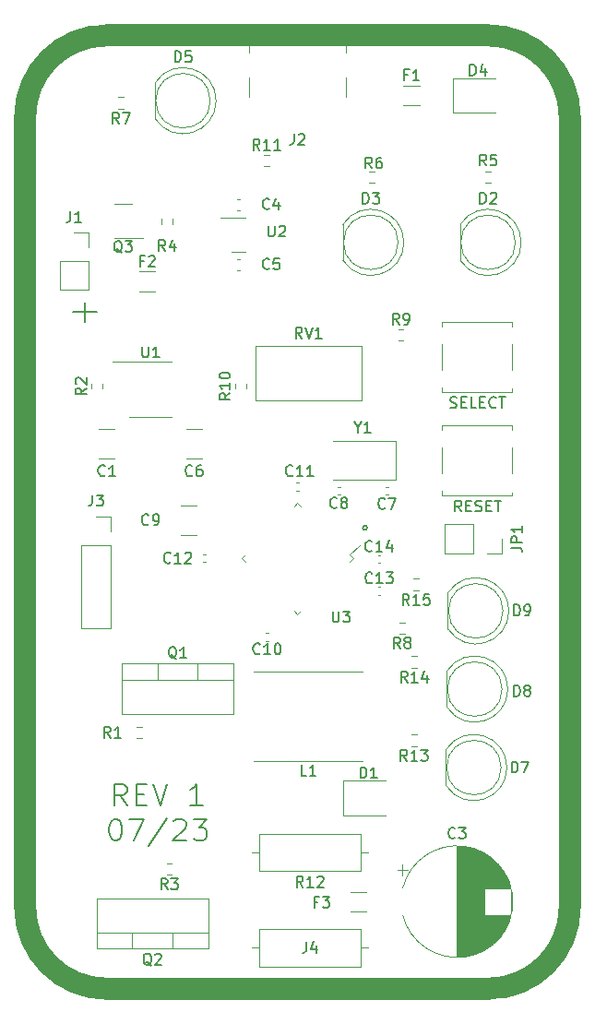
<source format=gbr>
%TF.GenerationSoftware,KiCad,Pcbnew,(6.0.11)*%
%TF.CreationDate,2023-07-13T20:03:18-03:00*%
%TF.ProjectId,Open-Tens,4f70656e-2d54-4656-9e73-2e6b69636164,rev?*%
%TF.SameCoordinates,Original*%
%TF.FileFunction,Legend,Top*%
%TF.FilePolarity,Positive*%
%FSLAX46Y46*%
G04 Gerber Fmt 4.6, Leading zero omitted, Abs format (unit mm)*
G04 Created by KiCad (PCBNEW (6.0.11)) date 2023-07-13 20:03:18*
%MOMM*%
%LPD*%
G01*
G04 APERTURE LIST*
%ADD10C,0.150000*%
%ADD11C,2.000000*%
%ADD12C,0.120000*%
G04 APERTURE END LIST*
D10*
X139142857Y-127894761D02*
X138476190Y-126942380D01*
X138000000Y-127894761D02*
X138000000Y-125894761D01*
X138761904Y-125894761D01*
X138952380Y-125990000D01*
X139047619Y-126085238D01*
X139142857Y-126275714D01*
X139142857Y-126561428D01*
X139047619Y-126751904D01*
X138952380Y-126847142D01*
X138761904Y-126942380D01*
X138000000Y-126942380D01*
X140000000Y-126847142D02*
X140666666Y-126847142D01*
X140952380Y-127894761D02*
X140000000Y-127894761D01*
X140000000Y-125894761D01*
X140952380Y-125894761D01*
X141523809Y-125894761D02*
X142190476Y-127894761D01*
X142857142Y-125894761D01*
X146095238Y-127894761D02*
X144952380Y-127894761D01*
X145523809Y-127894761D02*
X145523809Y-125894761D01*
X145333333Y-126180476D01*
X145142857Y-126370952D01*
X144952380Y-126466190D01*
X138000000Y-129114761D02*
X138190476Y-129114761D01*
X138380952Y-129210000D01*
X138476190Y-129305238D01*
X138571428Y-129495714D01*
X138666666Y-129876666D01*
X138666666Y-130352857D01*
X138571428Y-130733809D01*
X138476190Y-130924285D01*
X138380952Y-131019523D01*
X138190476Y-131114761D01*
X138000000Y-131114761D01*
X137809523Y-131019523D01*
X137714285Y-130924285D01*
X137619047Y-130733809D01*
X137523809Y-130352857D01*
X137523809Y-129876666D01*
X137619047Y-129495714D01*
X137714285Y-129305238D01*
X137809523Y-129210000D01*
X138000000Y-129114761D01*
X139333333Y-129114761D02*
X140666666Y-129114761D01*
X139809523Y-131114761D01*
X142857142Y-129019523D02*
X141142857Y-131590952D01*
X143428571Y-129305238D02*
X143523809Y-129210000D01*
X143714285Y-129114761D01*
X144190476Y-129114761D01*
X144380952Y-129210000D01*
X144476190Y-129305238D01*
X144571428Y-129495714D01*
X144571428Y-129686190D01*
X144476190Y-129971904D01*
X143333333Y-131114761D01*
X144571428Y-131114761D01*
X145238095Y-129114761D02*
X146476190Y-129114761D01*
X145809523Y-129876666D01*
X146095238Y-129876666D01*
X146285714Y-129971904D01*
X146380952Y-130067142D01*
X146476190Y-130257619D01*
X146476190Y-130733809D01*
X146380952Y-130924285D01*
X146285714Y-131019523D01*
X146095238Y-131114761D01*
X145523809Y-131114761D01*
X145333333Y-131019523D01*
X145238095Y-130924285D01*
X135300000Y-81700000D02*
X135300000Y-83500000D01*
X134200000Y-82600000D02*
X136400000Y-82600000D01*
X161200000Y-102400000D02*
G75*
G03*
X161200000Y-102400000I-200000J0D01*
G01*
D11*
X129800000Y-137200000D02*
X129800000Y-64700000D01*
X129800000Y-137200000D02*
G75*
G03*
X137300000Y-144700000I7500000J0D01*
G01*
X137300000Y-57200000D02*
G75*
G03*
X129800000Y-64700000I0J-7500000D01*
G01*
X172300000Y-57200000D02*
X137300000Y-57200000D01*
X179800000Y-64700000D02*
G75*
G03*
X172300000Y-57200000I-7500000J0D01*
G01*
X172300000Y-144700000D02*
G75*
G03*
X179800000Y-137200000I0J7500000D01*
G01*
X179800000Y-64700000D02*
X179800000Y-137200000D01*
X172300000Y-144700000D02*
X137300000Y-144700000D01*
D10*
%TO.C,J4*%
X155616666Y-140402380D02*
X155616666Y-141116666D01*
X155569047Y-141259523D01*
X155473809Y-141354761D01*
X155330952Y-141402380D01*
X155235714Y-141402380D01*
X156521428Y-140735714D02*
X156521428Y-141402380D01*
X156283333Y-140354761D02*
X156045238Y-141069047D01*
X156664285Y-141069047D01*
%TO.C,L1*%
X155633333Y-125152380D02*
X155157142Y-125152380D01*
X155157142Y-124152380D01*
X156490476Y-125152380D02*
X155919047Y-125152380D01*
X156204761Y-125152380D02*
X156204761Y-124152380D01*
X156109523Y-124295238D01*
X156014285Y-124390476D01*
X155919047Y-124438095D01*
%TO.C,C9*%
X141133333Y-102057142D02*
X141085714Y-102104761D01*
X140942857Y-102152380D01*
X140847619Y-102152380D01*
X140704761Y-102104761D01*
X140609523Y-102009523D01*
X140561904Y-101914285D01*
X140514285Y-101723809D01*
X140514285Y-101580952D01*
X140561904Y-101390476D01*
X140609523Y-101295238D01*
X140704761Y-101200000D01*
X140847619Y-101152380D01*
X140942857Y-101152380D01*
X141085714Y-101200000D01*
X141133333Y-101247619D01*
X141609523Y-102152380D02*
X141800000Y-102152380D01*
X141895238Y-102104761D01*
X141942857Y-102057142D01*
X142038095Y-101914285D01*
X142085714Y-101723809D01*
X142085714Y-101342857D01*
X142038095Y-101247619D01*
X141990476Y-101200000D01*
X141895238Y-101152380D01*
X141704761Y-101152380D01*
X141609523Y-101200000D01*
X141561904Y-101247619D01*
X141514285Y-101342857D01*
X141514285Y-101580952D01*
X141561904Y-101676190D01*
X141609523Y-101723809D01*
X141704761Y-101771428D01*
X141895238Y-101771428D01*
X141990476Y-101723809D01*
X142038095Y-101676190D01*
X142085714Y-101580952D01*
%TO.C,JP1*%
X174422380Y-104233333D02*
X175136666Y-104233333D01*
X175279523Y-104280952D01*
X175374761Y-104376190D01*
X175422380Y-104519047D01*
X175422380Y-104614285D01*
X175422380Y-103757142D02*
X174422380Y-103757142D01*
X174422380Y-103376190D01*
X174470000Y-103280952D01*
X174517619Y-103233333D01*
X174612857Y-103185714D01*
X174755714Y-103185714D01*
X174850952Y-103233333D01*
X174898571Y-103280952D01*
X174946190Y-103376190D01*
X174946190Y-103757142D01*
X175422380Y-102233333D02*
X175422380Y-102804761D01*
X175422380Y-102519047D02*
X174422380Y-102519047D01*
X174565238Y-102614285D01*
X174660476Y-102709523D01*
X174708095Y-102804761D01*
%TO.C,Y1*%
X160323809Y-93176190D02*
X160323809Y-93652380D01*
X159990476Y-92652380D02*
X160323809Y-93176190D01*
X160657142Y-92652380D01*
X161514285Y-93652380D02*
X160942857Y-93652380D01*
X161228571Y-93652380D02*
X161228571Y-92652380D01*
X161133333Y-92795238D01*
X161038095Y-92890476D01*
X160942857Y-92938095D01*
%TO.C,U3*%
X158038095Y-110052380D02*
X158038095Y-110861904D01*
X158085714Y-110957142D01*
X158133333Y-111004761D01*
X158228571Y-111052380D01*
X158419047Y-111052380D01*
X158514285Y-111004761D01*
X158561904Y-110957142D01*
X158609523Y-110861904D01*
X158609523Y-110052380D01*
X158990476Y-110052380D02*
X159609523Y-110052380D01*
X159276190Y-110433333D01*
X159419047Y-110433333D01*
X159514285Y-110480952D01*
X159561904Y-110528571D01*
X159609523Y-110623809D01*
X159609523Y-110861904D01*
X159561904Y-110957142D01*
X159514285Y-111004761D01*
X159419047Y-111052380D01*
X159133333Y-111052380D01*
X159038095Y-111004761D01*
X158990476Y-110957142D01*
%TO.C,U2*%
X152120902Y-74672517D02*
X152120902Y-75482041D01*
X152168521Y-75577279D01*
X152216140Y-75624898D01*
X152311378Y-75672517D01*
X152501854Y-75672517D01*
X152597092Y-75624898D01*
X152644711Y-75577279D01*
X152692330Y-75482041D01*
X152692330Y-74672517D01*
X153120902Y-74767756D02*
X153168521Y-74720137D01*
X153263759Y-74672517D01*
X153501854Y-74672517D01*
X153597092Y-74720137D01*
X153644711Y-74767756D01*
X153692330Y-74862994D01*
X153692330Y-74958232D01*
X153644711Y-75101089D01*
X153073283Y-75672517D01*
X153692330Y-75672517D01*
%TO.C,U1*%
X140538095Y-85752380D02*
X140538095Y-86561904D01*
X140585714Y-86657142D01*
X140633333Y-86704761D01*
X140728571Y-86752380D01*
X140919047Y-86752380D01*
X141014285Y-86704761D01*
X141061904Y-86657142D01*
X141109523Y-86561904D01*
X141109523Y-85752380D01*
X142109523Y-86752380D02*
X141538095Y-86752380D01*
X141823809Y-86752380D02*
X141823809Y-85752380D01*
X141728571Y-85895238D01*
X141633333Y-85990476D01*
X141538095Y-86038095D01*
%TO.C,SELECT*%
X168823809Y-91344761D02*
X168966666Y-91392380D01*
X169204761Y-91392380D01*
X169300000Y-91344761D01*
X169347619Y-91297142D01*
X169395238Y-91201904D01*
X169395238Y-91106666D01*
X169347619Y-91011428D01*
X169300000Y-90963809D01*
X169204761Y-90916190D01*
X169014285Y-90868571D01*
X168919047Y-90820952D01*
X168871428Y-90773333D01*
X168823809Y-90678095D01*
X168823809Y-90582857D01*
X168871428Y-90487619D01*
X168919047Y-90440000D01*
X169014285Y-90392380D01*
X169252380Y-90392380D01*
X169395238Y-90440000D01*
X169823809Y-90868571D02*
X170157142Y-90868571D01*
X170300000Y-91392380D02*
X169823809Y-91392380D01*
X169823809Y-90392380D01*
X170300000Y-90392380D01*
X171204761Y-91392380D02*
X170728571Y-91392380D01*
X170728571Y-90392380D01*
X171538095Y-90868571D02*
X171871428Y-90868571D01*
X172014285Y-91392380D02*
X171538095Y-91392380D01*
X171538095Y-90392380D01*
X172014285Y-90392380D01*
X173014285Y-91297142D02*
X172966666Y-91344761D01*
X172823809Y-91392380D01*
X172728571Y-91392380D01*
X172585714Y-91344761D01*
X172490476Y-91249523D01*
X172442857Y-91154285D01*
X172395238Y-90963809D01*
X172395238Y-90820952D01*
X172442857Y-90630476D01*
X172490476Y-90535238D01*
X172585714Y-90440000D01*
X172728571Y-90392380D01*
X172823809Y-90392380D01*
X172966666Y-90440000D01*
X173014285Y-90487619D01*
X173300000Y-90392380D02*
X173871428Y-90392380D01*
X173585714Y-91392380D02*
X173585714Y-90392380D01*
%TO.C,RESET*%
X169847619Y-100892380D02*
X169514285Y-100416190D01*
X169276190Y-100892380D02*
X169276190Y-99892380D01*
X169657142Y-99892380D01*
X169752380Y-99940000D01*
X169800000Y-99987619D01*
X169847619Y-100082857D01*
X169847619Y-100225714D01*
X169800000Y-100320952D01*
X169752380Y-100368571D01*
X169657142Y-100416190D01*
X169276190Y-100416190D01*
X170276190Y-100368571D02*
X170609523Y-100368571D01*
X170752380Y-100892380D02*
X170276190Y-100892380D01*
X170276190Y-99892380D01*
X170752380Y-99892380D01*
X171133333Y-100844761D02*
X171276190Y-100892380D01*
X171514285Y-100892380D01*
X171609523Y-100844761D01*
X171657142Y-100797142D01*
X171704761Y-100701904D01*
X171704761Y-100606666D01*
X171657142Y-100511428D01*
X171609523Y-100463809D01*
X171514285Y-100416190D01*
X171323809Y-100368571D01*
X171228571Y-100320952D01*
X171180952Y-100273333D01*
X171133333Y-100178095D01*
X171133333Y-100082857D01*
X171180952Y-99987619D01*
X171228571Y-99940000D01*
X171323809Y-99892380D01*
X171561904Y-99892380D01*
X171704761Y-99940000D01*
X172133333Y-100368571D02*
X172466666Y-100368571D01*
X172609523Y-100892380D02*
X172133333Y-100892380D01*
X172133333Y-99892380D01*
X172609523Y-99892380D01*
X172895238Y-99892380D02*
X173466666Y-99892380D01*
X173180952Y-100892380D02*
X173180952Y-99892380D01*
%TO.C,RV1*%
X155214761Y-84992380D02*
X154881428Y-84516190D01*
X154643333Y-84992380D02*
X154643333Y-83992380D01*
X155024285Y-83992380D01*
X155119523Y-84040000D01*
X155167142Y-84087619D01*
X155214761Y-84182857D01*
X155214761Y-84325714D01*
X155167142Y-84420952D01*
X155119523Y-84468571D01*
X155024285Y-84516190D01*
X154643333Y-84516190D01*
X155500476Y-83992380D02*
X155833809Y-84992380D01*
X156167142Y-83992380D01*
X157024285Y-84992380D02*
X156452857Y-84992380D01*
X156738571Y-84992380D02*
X156738571Y-83992380D01*
X156643333Y-84135238D01*
X156548095Y-84230476D01*
X156452857Y-84278095D01*
%TO.C,R15*%
X165044642Y-109482380D02*
X164711309Y-109006190D01*
X164473214Y-109482380D02*
X164473214Y-108482380D01*
X164854166Y-108482380D01*
X164949404Y-108530000D01*
X164997023Y-108577619D01*
X165044642Y-108672857D01*
X165044642Y-108815714D01*
X164997023Y-108910952D01*
X164949404Y-108958571D01*
X164854166Y-109006190D01*
X164473214Y-109006190D01*
X165997023Y-109482380D02*
X165425595Y-109482380D01*
X165711309Y-109482380D02*
X165711309Y-108482380D01*
X165616071Y-108625238D01*
X165520833Y-108720476D01*
X165425595Y-108768095D01*
X166901785Y-108482380D02*
X166425595Y-108482380D01*
X166377976Y-108958571D01*
X166425595Y-108910952D01*
X166520833Y-108863333D01*
X166758928Y-108863333D01*
X166854166Y-108910952D01*
X166901785Y-108958571D01*
X166949404Y-109053809D01*
X166949404Y-109291904D01*
X166901785Y-109387142D01*
X166854166Y-109434761D01*
X166758928Y-109482380D01*
X166520833Y-109482380D01*
X166425595Y-109434761D01*
X166377976Y-109387142D01*
%TO.C,R14*%
X164882142Y-116582380D02*
X164548809Y-116106190D01*
X164310714Y-116582380D02*
X164310714Y-115582380D01*
X164691666Y-115582380D01*
X164786904Y-115630000D01*
X164834523Y-115677619D01*
X164882142Y-115772857D01*
X164882142Y-115915714D01*
X164834523Y-116010952D01*
X164786904Y-116058571D01*
X164691666Y-116106190D01*
X164310714Y-116106190D01*
X165834523Y-116582380D02*
X165263095Y-116582380D01*
X165548809Y-116582380D02*
X165548809Y-115582380D01*
X165453571Y-115725238D01*
X165358333Y-115820476D01*
X165263095Y-115868095D01*
X166691666Y-115915714D02*
X166691666Y-116582380D01*
X166453571Y-115534761D02*
X166215476Y-116249047D01*
X166834523Y-116249047D01*
%TO.C,R13*%
X164852142Y-123782380D02*
X164518809Y-123306190D01*
X164280714Y-123782380D02*
X164280714Y-122782380D01*
X164661666Y-122782380D01*
X164756904Y-122830000D01*
X164804523Y-122877619D01*
X164852142Y-122972857D01*
X164852142Y-123115714D01*
X164804523Y-123210952D01*
X164756904Y-123258571D01*
X164661666Y-123306190D01*
X164280714Y-123306190D01*
X165804523Y-123782380D02*
X165233095Y-123782380D01*
X165518809Y-123782380D02*
X165518809Y-122782380D01*
X165423571Y-122925238D01*
X165328333Y-123020476D01*
X165233095Y-123068095D01*
X166137857Y-122782380D02*
X166756904Y-122782380D01*
X166423571Y-123163333D01*
X166566428Y-123163333D01*
X166661666Y-123210952D01*
X166709285Y-123258571D01*
X166756904Y-123353809D01*
X166756904Y-123591904D01*
X166709285Y-123687142D01*
X166661666Y-123734761D01*
X166566428Y-123782380D01*
X166280714Y-123782380D01*
X166185476Y-123734761D01*
X166137857Y-123687142D01*
%TO.C,R12*%
X155307142Y-135372380D02*
X154973809Y-134896190D01*
X154735714Y-135372380D02*
X154735714Y-134372380D01*
X155116666Y-134372380D01*
X155211904Y-134420000D01*
X155259523Y-134467619D01*
X155307142Y-134562857D01*
X155307142Y-134705714D01*
X155259523Y-134800952D01*
X155211904Y-134848571D01*
X155116666Y-134896190D01*
X154735714Y-134896190D01*
X156259523Y-135372380D02*
X155688095Y-135372380D01*
X155973809Y-135372380D02*
X155973809Y-134372380D01*
X155878571Y-134515238D01*
X155783333Y-134610476D01*
X155688095Y-134658095D01*
X156640476Y-134467619D02*
X156688095Y-134420000D01*
X156783333Y-134372380D01*
X157021428Y-134372380D01*
X157116666Y-134420000D01*
X157164285Y-134467619D01*
X157211904Y-134562857D01*
X157211904Y-134658095D01*
X157164285Y-134800952D01*
X156592857Y-135372380D01*
X157211904Y-135372380D01*
%TO.C,R11*%
X151332142Y-67722380D02*
X150998809Y-67246190D01*
X150760714Y-67722380D02*
X150760714Y-66722380D01*
X151141666Y-66722380D01*
X151236904Y-66770000D01*
X151284523Y-66817619D01*
X151332142Y-66912857D01*
X151332142Y-67055714D01*
X151284523Y-67150952D01*
X151236904Y-67198571D01*
X151141666Y-67246190D01*
X150760714Y-67246190D01*
X152284523Y-67722380D02*
X151713095Y-67722380D01*
X151998809Y-67722380D02*
X151998809Y-66722380D01*
X151903571Y-66865238D01*
X151808333Y-66960476D01*
X151713095Y-67008095D01*
X153236904Y-67722380D02*
X152665476Y-67722380D01*
X152951190Y-67722380D02*
X152951190Y-66722380D01*
X152855952Y-66865238D01*
X152760714Y-66960476D01*
X152665476Y-67008095D01*
%TO.C,R10*%
X148622380Y-90042857D02*
X148146190Y-90376190D01*
X148622380Y-90614285D02*
X147622380Y-90614285D01*
X147622380Y-90233333D01*
X147670000Y-90138095D01*
X147717619Y-90090476D01*
X147812857Y-90042857D01*
X147955714Y-90042857D01*
X148050952Y-90090476D01*
X148098571Y-90138095D01*
X148146190Y-90233333D01*
X148146190Y-90614285D01*
X148622380Y-89090476D02*
X148622380Y-89661904D01*
X148622380Y-89376190D02*
X147622380Y-89376190D01*
X147765238Y-89471428D01*
X147860476Y-89566666D01*
X147908095Y-89661904D01*
X147622380Y-88471428D02*
X147622380Y-88376190D01*
X147670000Y-88280952D01*
X147717619Y-88233333D01*
X147812857Y-88185714D01*
X148003333Y-88138095D01*
X148241428Y-88138095D01*
X148431904Y-88185714D01*
X148527142Y-88233333D01*
X148574761Y-88280952D01*
X148622380Y-88376190D01*
X148622380Y-88471428D01*
X148574761Y-88566666D01*
X148527142Y-88614285D01*
X148431904Y-88661904D01*
X148241428Y-88709523D01*
X148003333Y-88709523D01*
X147812857Y-88661904D01*
X147717619Y-88614285D01*
X147670000Y-88566666D01*
X147622380Y-88471428D01*
%TO.C,R9*%
X164133333Y-83722380D02*
X163800000Y-83246190D01*
X163561904Y-83722380D02*
X163561904Y-82722380D01*
X163942857Y-82722380D01*
X164038095Y-82770000D01*
X164085714Y-82817619D01*
X164133333Y-82912857D01*
X164133333Y-83055714D01*
X164085714Y-83150952D01*
X164038095Y-83198571D01*
X163942857Y-83246190D01*
X163561904Y-83246190D01*
X164609523Y-83722380D02*
X164800000Y-83722380D01*
X164895238Y-83674761D01*
X164942857Y-83627142D01*
X165038095Y-83484285D01*
X165085714Y-83293809D01*
X165085714Y-82912857D01*
X165038095Y-82817619D01*
X164990476Y-82770000D01*
X164895238Y-82722380D01*
X164704761Y-82722380D01*
X164609523Y-82770000D01*
X164561904Y-82817619D01*
X164514285Y-82912857D01*
X164514285Y-83150952D01*
X164561904Y-83246190D01*
X164609523Y-83293809D01*
X164704761Y-83341428D01*
X164895238Y-83341428D01*
X164990476Y-83293809D01*
X165038095Y-83246190D01*
X165085714Y-83150952D01*
%TO.C,R8*%
X164233333Y-113452380D02*
X163900000Y-112976190D01*
X163661904Y-113452380D02*
X163661904Y-112452380D01*
X164042857Y-112452380D01*
X164138095Y-112500000D01*
X164185714Y-112547619D01*
X164233333Y-112642857D01*
X164233333Y-112785714D01*
X164185714Y-112880952D01*
X164138095Y-112928571D01*
X164042857Y-112976190D01*
X163661904Y-112976190D01*
X164804761Y-112880952D02*
X164709523Y-112833333D01*
X164661904Y-112785714D01*
X164614285Y-112690476D01*
X164614285Y-112642857D01*
X164661904Y-112547619D01*
X164709523Y-112500000D01*
X164804761Y-112452380D01*
X164995238Y-112452380D01*
X165090476Y-112500000D01*
X165138095Y-112547619D01*
X165185714Y-112642857D01*
X165185714Y-112690476D01*
X165138095Y-112785714D01*
X165090476Y-112833333D01*
X164995238Y-112880952D01*
X164804761Y-112880952D01*
X164709523Y-112928571D01*
X164661904Y-112976190D01*
X164614285Y-113071428D01*
X164614285Y-113261904D01*
X164661904Y-113357142D01*
X164709523Y-113404761D01*
X164804761Y-113452380D01*
X164995238Y-113452380D01*
X165090476Y-113404761D01*
X165138095Y-113357142D01*
X165185714Y-113261904D01*
X165185714Y-113071428D01*
X165138095Y-112976190D01*
X165090476Y-112928571D01*
X164995238Y-112880952D01*
%TO.C,R7*%
X138433333Y-65282380D02*
X138100000Y-64806190D01*
X137861904Y-65282380D02*
X137861904Y-64282380D01*
X138242857Y-64282380D01*
X138338095Y-64330000D01*
X138385714Y-64377619D01*
X138433333Y-64472857D01*
X138433333Y-64615714D01*
X138385714Y-64710952D01*
X138338095Y-64758571D01*
X138242857Y-64806190D01*
X137861904Y-64806190D01*
X138766666Y-64282380D02*
X139433333Y-64282380D01*
X139004761Y-65282380D01*
%TO.C,R6*%
X161633333Y-69402380D02*
X161300000Y-68926190D01*
X161061904Y-69402380D02*
X161061904Y-68402380D01*
X161442857Y-68402380D01*
X161538095Y-68450000D01*
X161585714Y-68497619D01*
X161633333Y-68592857D01*
X161633333Y-68735714D01*
X161585714Y-68830952D01*
X161538095Y-68878571D01*
X161442857Y-68926190D01*
X161061904Y-68926190D01*
X162490476Y-68402380D02*
X162300000Y-68402380D01*
X162204761Y-68450000D01*
X162157142Y-68497619D01*
X162061904Y-68640476D01*
X162014285Y-68830952D01*
X162014285Y-69211904D01*
X162061904Y-69307142D01*
X162109523Y-69354761D01*
X162204761Y-69402380D01*
X162395238Y-69402380D01*
X162490476Y-69354761D01*
X162538095Y-69307142D01*
X162585714Y-69211904D01*
X162585714Y-68973809D01*
X162538095Y-68878571D01*
X162490476Y-68830952D01*
X162395238Y-68783333D01*
X162204761Y-68783333D01*
X162109523Y-68830952D01*
X162061904Y-68878571D01*
X162014285Y-68973809D01*
%TO.C,R5*%
X172133333Y-69152380D02*
X171800000Y-68676190D01*
X171561904Y-69152380D02*
X171561904Y-68152380D01*
X171942857Y-68152380D01*
X172038095Y-68200000D01*
X172085714Y-68247619D01*
X172133333Y-68342857D01*
X172133333Y-68485714D01*
X172085714Y-68580952D01*
X172038095Y-68628571D01*
X171942857Y-68676190D01*
X171561904Y-68676190D01*
X173038095Y-68152380D02*
X172561904Y-68152380D01*
X172514285Y-68628571D01*
X172561904Y-68580952D01*
X172657142Y-68533333D01*
X172895238Y-68533333D01*
X172990476Y-68580952D01*
X173038095Y-68628571D01*
X173085714Y-68723809D01*
X173085714Y-68961904D01*
X173038095Y-69057142D01*
X172990476Y-69104761D01*
X172895238Y-69152380D01*
X172657142Y-69152380D01*
X172561904Y-69104761D01*
X172514285Y-69057142D01*
%TO.C,R4*%
X142675004Y-76985274D02*
X142341671Y-76509084D01*
X142103575Y-76985274D02*
X142103575Y-75985274D01*
X142484528Y-75985274D01*
X142579766Y-76032894D01*
X142627385Y-76080513D01*
X142675004Y-76175751D01*
X142675004Y-76318608D01*
X142627385Y-76413846D01*
X142579766Y-76461465D01*
X142484528Y-76509084D01*
X142103575Y-76509084D01*
X143532147Y-76318608D02*
X143532147Y-76985274D01*
X143294051Y-75937655D02*
X143055956Y-76651941D01*
X143675004Y-76651941D01*
%TO.C,R3*%
X142870591Y-135582380D02*
X142537258Y-135106190D01*
X142299162Y-135582380D02*
X142299162Y-134582380D01*
X142680115Y-134582380D01*
X142775353Y-134630000D01*
X142822972Y-134677619D01*
X142870591Y-134772857D01*
X142870591Y-134915714D01*
X142822972Y-135010952D01*
X142775353Y-135058571D01*
X142680115Y-135106190D01*
X142299162Y-135106190D01*
X143203924Y-134582380D02*
X143822972Y-134582380D01*
X143489638Y-134963333D01*
X143632496Y-134963333D01*
X143727734Y-135010952D01*
X143775353Y-135058571D01*
X143822972Y-135153809D01*
X143822972Y-135391904D01*
X143775353Y-135487142D01*
X143727734Y-135534761D01*
X143632496Y-135582380D01*
X143346781Y-135582380D01*
X143251543Y-135534761D01*
X143203924Y-135487142D01*
%TO.C,R2*%
X135422380Y-89566666D02*
X134946190Y-89900000D01*
X135422380Y-90138095D02*
X134422380Y-90138095D01*
X134422380Y-89757142D01*
X134470000Y-89661904D01*
X134517619Y-89614285D01*
X134612857Y-89566666D01*
X134755714Y-89566666D01*
X134850952Y-89614285D01*
X134898571Y-89661904D01*
X134946190Y-89757142D01*
X134946190Y-90138095D01*
X134517619Y-89185714D02*
X134470000Y-89138095D01*
X134422380Y-89042857D01*
X134422380Y-88804761D01*
X134470000Y-88709523D01*
X134517619Y-88661904D01*
X134612857Y-88614285D01*
X134708095Y-88614285D01*
X134850952Y-88661904D01*
X135422380Y-89233333D01*
X135422380Y-88614285D01*
%TO.C,R1*%
X137633333Y-121652380D02*
X137300000Y-121176190D01*
X137061904Y-121652380D02*
X137061904Y-120652380D01*
X137442857Y-120652380D01*
X137538095Y-120700000D01*
X137585714Y-120747619D01*
X137633333Y-120842857D01*
X137633333Y-120985714D01*
X137585714Y-121080952D01*
X137538095Y-121128571D01*
X137442857Y-121176190D01*
X137061904Y-121176190D01*
X138585714Y-121652380D02*
X138014285Y-121652380D01*
X138300000Y-121652380D02*
X138300000Y-120652380D01*
X138204761Y-120795238D01*
X138109523Y-120890476D01*
X138014285Y-120938095D01*
%TO.C,Q3*%
X138704761Y-77147619D02*
X138609523Y-77100000D01*
X138514285Y-77004761D01*
X138371428Y-76861904D01*
X138276190Y-76814285D01*
X138180952Y-76814285D01*
X138228571Y-77052380D02*
X138133333Y-77004761D01*
X138038095Y-76909523D01*
X137990476Y-76719047D01*
X137990476Y-76385714D01*
X138038095Y-76195238D01*
X138133333Y-76100000D01*
X138228571Y-76052380D01*
X138419047Y-76052380D01*
X138514285Y-76100000D01*
X138609523Y-76195238D01*
X138657142Y-76385714D01*
X138657142Y-76719047D01*
X138609523Y-76909523D01*
X138514285Y-77004761D01*
X138419047Y-77052380D01*
X138228571Y-77052380D01*
X138990476Y-76052380D02*
X139609523Y-76052380D01*
X139276190Y-76433333D01*
X139419047Y-76433333D01*
X139514285Y-76480952D01*
X139561904Y-76528571D01*
X139609523Y-76623809D01*
X139609523Y-76861904D01*
X139561904Y-76957142D01*
X139514285Y-77004761D01*
X139419047Y-77052380D01*
X139133333Y-77052380D01*
X139038095Y-77004761D01*
X138990476Y-76957142D01*
%TO.C,Q2*%
X141402019Y-142572619D02*
X141306781Y-142525000D01*
X141211543Y-142429761D01*
X141068686Y-142286904D01*
X140973448Y-142239285D01*
X140878210Y-142239285D01*
X140925829Y-142477380D02*
X140830591Y-142429761D01*
X140735353Y-142334523D01*
X140687734Y-142144047D01*
X140687734Y-141810714D01*
X140735353Y-141620238D01*
X140830591Y-141525000D01*
X140925829Y-141477380D01*
X141116305Y-141477380D01*
X141211543Y-141525000D01*
X141306781Y-141620238D01*
X141354400Y-141810714D01*
X141354400Y-142144047D01*
X141306781Y-142334523D01*
X141211543Y-142429761D01*
X141116305Y-142477380D01*
X140925829Y-142477380D01*
X141735353Y-141572619D02*
X141782972Y-141525000D01*
X141878210Y-141477380D01*
X142116305Y-141477380D01*
X142211543Y-141525000D01*
X142259162Y-141572619D01*
X142306781Y-141667857D01*
X142306781Y-141763095D01*
X142259162Y-141905952D01*
X141687734Y-142477380D01*
X142306781Y-142477380D01*
%TO.C,Q1*%
X143704761Y-114422619D02*
X143609523Y-114375000D01*
X143514285Y-114279761D01*
X143371428Y-114136904D01*
X143276190Y-114089285D01*
X143180952Y-114089285D01*
X143228571Y-114327380D02*
X143133333Y-114279761D01*
X143038095Y-114184523D01*
X142990476Y-113994047D01*
X142990476Y-113660714D01*
X143038095Y-113470238D01*
X143133333Y-113375000D01*
X143228571Y-113327380D01*
X143419047Y-113327380D01*
X143514285Y-113375000D01*
X143609523Y-113470238D01*
X143657142Y-113660714D01*
X143657142Y-113994047D01*
X143609523Y-114184523D01*
X143514285Y-114279761D01*
X143419047Y-114327380D01*
X143228571Y-114327380D01*
X144609523Y-114327380D02*
X144038095Y-114327380D01*
X144323809Y-114327380D02*
X144323809Y-113327380D01*
X144228571Y-113470238D01*
X144133333Y-113565476D01*
X144038095Y-113613095D01*
%TO.C,J3*%
X135966666Y-99382380D02*
X135966666Y-100096666D01*
X135919047Y-100239523D01*
X135823809Y-100334761D01*
X135680952Y-100382380D01*
X135585714Y-100382380D01*
X136347619Y-99382380D02*
X136966666Y-99382380D01*
X136633333Y-99763333D01*
X136776190Y-99763333D01*
X136871428Y-99810952D01*
X136919047Y-99858571D01*
X136966666Y-99953809D01*
X136966666Y-100191904D01*
X136919047Y-100287142D01*
X136871428Y-100334761D01*
X136776190Y-100382380D01*
X136490476Y-100382380D01*
X136395238Y-100334761D01*
X136347619Y-100287142D01*
%TO.C,J2*%
X154466666Y-66232380D02*
X154466666Y-66946666D01*
X154419047Y-67089523D01*
X154323809Y-67184761D01*
X154180952Y-67232380D01*
X154085714Y-67232380D01*
X154895238Y-66327619D02*
X154942857Y-66280000D01*
X155038095Y-66232380D01*
X155276190Y-66232380D01*
X155371428Y-66280000D01*
X155419047Y-66327619D01*
X155466666Y-66422857D01*
X155466666Y-66518095D01*
X155419047Y-66660952D01*
X154847619Y-67232380D01*
X155466666Y-67232380D01*
%TO.C,J1*%
X133966666Y-73342380D02*
X133966666Y-74056666D01*
X133919047Y-74199523D01*
X133823809Y-74294761D01*
X133680952Y-74342380D01*
X133585714Y-74342380D01*
X134966666Y-74342380D02*
X134395238Y-74342380D01*
X134680952Y-74342380D02*
X134680952Y-73342380D01*
X134585714Y-73485238D01*
X134490476Y-73580476D01*
X134395238Y-73628095D01*
%TO.C,F3*%
X156666666Y-136728571D02*
X156333333Y-136728571D01*
X156333333Y-137252380D02*
X156333333Y-136252380D01*
X156809523Y-136252380D01*
X157095238Y-136252380D02*
X157714285Y-136252380D01*
X157380952Y-136633333D01*
X157523809Y-136633333D01*
X157619047Y-136680952D01*
X157666666Y-136728571D01*
X157714285Y-136823809D01*
X157714285Y-137061904D01*
X157666666Y-137157142D01*
X157619047Y-137204761D01*
X157523809Y-137252380D01*
X157238095Y-137252380D01*
X157142857Y-137204761D01*
X157095238Y-137157142D01*
%TO.C,F2*%
X140666666Y-77908571D02*
X140333333Y-77908571D01*
X140333333Y-78432380D02*
X140333333Y-77432380D01*
X140809523Y-77432380D01*
X141142857Y-77527619D02*
X141190476Y-77480000D01*
X141285714Y-77432380D01*
X141523809Y-77432380D01*
X141619047Y-77480000D01*
X141666666Y-77527619D01*
X141714285Y-77622857D01*
X141714285Y-77718095D01*
X141666666Y-77860952D01*
X141095238Y-78432380D01*
X141714285Y-78432380D01*
%TO.C,F1*%
X164929166Y-60808571D02*
X164595833Y-60808571D01*
X164595833Y-61332380D02*
X164595833Y-60332380D01*
X165072023Y-60332380D01*
X165976785Y-61332380D02*
X165405357Y-61332380D01*
X165691071Y-61332380D02*
X165691071Y-60332380D01*
X165595833Y-60475238D01*
X165500595Y-60570476D01*
X165405357Y-60618095D01*
%TO.C,D9*%
X174661904Y-110452380D02*
X174661904Y-109452380D01*
X174900000Y-109452380D01*
X175042857Y-109500000D01*
X175138095Y-109595238D01*
X175185714Y-109690476D01*
X175233333Y-109880952D01*
X175233333Y-110023809D01*
X175185714Y-110214285D01*
X175138095Y-110309523D01*
X175042857Y-110404761D01*
X174900000Y-110452380D01*
X174661904Y-110452380D01*
X175709523Y-110452380D02*
X175900000Y-110452380D01*
X175995238Y-110404761D01*
X176042857Y-110357142D01*
X176138095Y-110214285D01*
X176185714Y-110023809D01*
X176185714Y-109642857D01*
X176138095Y-109547619D01*
X176090476Y-109500000D01*
X175995238Y-109452380D01*
X175804761Y-109452380D01*
X175709523Y-109500000D01*
X175661904Y-109547619D01*
X175614285Y-109642857D01*
X175614285Y-109880952D01*
X175661904Y-109976190D01*
X175709523Y-110023809D01*
X175804761Y-110071428D01*
X175995238Y-110071428D01*
X176090476Y-110023809D01*
X176138095Y-109976190D01*
X176185714Y-109880952D01*
%TO.C,D8*%
X174661904Y-117852380D02*
X174661904Y-116852380D01*
X174900000Y-116852380D01*
X175042857Y-116900000D01*
X175138095Y-116995238D01*
X175185714Y-117090476D01*
X175233333Y-117280952D01*
X175233333Y-117423809D01*
X175185714Y-117614285D01*
X175138095Y-117709523D01*
X175042857Y-117804761D01*
X174900000Y-117852380D01*
X174661904Y-117852380D01*
X175804761Y-117280952D02*
X175709523Y-117233333D01*
X175661904Y-117185714D01*
X175614285Y-117090476D01*
X175614285Y-117042857D01*
X175661904Y-116947619D01*
X175709523Y-116900000D01*
X175804761Y-116852380D01*
X175995238Y-116852380D01*
X176090476Y-116900000D01*
X176138095Y-116947619D01*
X176185714Y-117042857D01*
X176185714Y-117090476D01*
X176138095Y-117185714D01*
X176090476Y-117233333D01*
X175995238Y-117280952D01*
X175804761Y-117280952D01*
X175709523Y-117328571D01*
X175661904Y-117376190D01*
X175614285Y-117471428D01*
X175614285Y-117661904D01*
X175661904Y-117757142D01*
X175709523Y-117804761D01*
X175804761Y-117852380D01*
X175995238Y-117852380D01*
X176090476Y-117804761D01*
X176138095Y-117757142D01*
X176185714Y-117661904D01*
X176185714Y-117471428D01*
X176138095Y-117376190D01*
X176090476Y-117328571D01*
X175995238Y-117280952D01*
%TO.C,D7*%
X174461904Y-124852380D02*
X174461904Y-123852380D01*
X174700000Y-123852380D01*
X174842857Y-123900000D01*
X174938095Y-123995238D01*
X174985714Y-124090476D01*
X175033333Y-124280952D01*
X175033333Y-124423809D01*
X174985714Y-124614285D01*
X174938095Y-124709523D01*
X174842857Y-124804761D01*
X174700000Y-124852380D01*
X174461904Y-124852380D01*
X175366666Y-123852380D02*
X176033333Y-123852380D01*
X175604761Y-124852380D01*
%TO.C,D5*%
X143556904Y-59642380D02*
X143556904Y-58642380D01*
X143795000Y-58642380D01*
X143937857Y-58690000D01*
X144033095Y-58785238D01*
X144080714Y-58880476D01*
X144128333Y-59070952D01*
X144128333Y-59213809D01*
X144080714Y-59404285D01*
X144033095Y-59499523D01*
X143937857Y-59594761D01*
X143795000Y-59642380D01*
X143556904Y-59642380D01*
X145033095Y-58642380D02*
X144556904Y-58642380D01*
X144509285Y-59118571D01*
X144556904Y-59070952D01*
X144652142Y-59023333D01*
X144890238Y-59023333D01*
X144985476Y-59070952D01*
X145033095Y-59118571D01*
X145080714Y-59213809D01*
X145080714Y-59451904D01*
X145033095Y-59547142D01*
X144985476Y-59594761D01*
X144890238Y-59642380D01*
X144652142Y-59642380D01*
X144556904Y-59594761D01*
X144509285Y-59547142D01*
%TO.C,D4*%
X170624403Y-60872380D02*
X170624403Y-59872380D01*
X170862499Y-59872380D01*
X171005356Y-59920000D01*
X171100594Y-60015238D01*
X171148213Y-60110476D01*
X171195832Y-60300952D01*
X171195832Y-60443809D01*
X171148213Y-60634285D01*
X171100594Y-60729523D01*
X171005356Y-60824761D01*
X170862499Y-60872380D01*
X170624403Y-60872380D01*
X172052975Y-60205714D02*
X172052975Y-60872380D01*
X171814879Y-59824761D02*
X171576784Y-60539047D01*
X172195832Y-60539047D01*
%TO.C,D3*%
X160791904Y-72642380D02*
X160791904Y-71642380D01*
X161030000Y-71642380D01*
X161172857Y-71690000D01*
X161268095Y-71785238D01*
X161315714Y-71880476D01*
X161363333Y-72070952D01*
X161363333Y-72213809D01*
X161315714Y-72404285D01*
X161268095Y-72499523D01*
X161172857Y-72594761D01*
X161030000Y-72642380D01*
X160791904Y-72642380D01*
X161696666Y-71642380D02*
X162315714Y-71642380D01*
X161982380Y-72023333D01*
X162125238Y-72023333D01*
X162220476Y-72070952D01*
X162268095Y-72118571D01*
X162315714Y-72213809D01*
X162315714Y-72451904D01*
X162268095Y-72547142D01*
X162220476Y-72594761D01*
X162125238Y-72642380D01*
X161839523Y-72642380D01*
X161744285Y-72594761D01*
X161696666Y-72547142D01*
%TO.C,D2*%
X171556904Y-72642380D02*
X171556904Y-71642380D01*
X171795000Y-71642380D01*
X171937857Y-71690000D01*
X172033095Y-71785238D01*
X172080714Y-71880476D01*
X172128333Y-72070952D01*
X172128333Y-72213809D01*
X172080714Y-72404285D01*
X172033095Y-72499523D01*
X171937857Y-72594761D01*
X171795000Y-72642380D01*
X171556904Y-72642380D01*
X172509285Y-71737619D02*
X172556904Y-71690000D01*
X172652142Y-71642380D01*
X172890238Y-71642380D01*
X172985476Y-71690000D01*
X173033095Y-71737619D01*
X173080714Y-71832857D01*
X173080714Y-71928095D01*
X173033095Y-72070952D01*
X172461666Y-72642380D01*
X173080714Y-72642380D01*
%TO.C,D1*%
X160561904Y-125372380D02*
X160561904Y-124372380D01*
X160800000Y-124372380D01*
X160942857Y-124420000D01*
X161038095Y-124515238D01*
X161085714Y-124610476D01*
X161133333Y-124800952D01*
X161133333Y-124943809D01*
X161085714Y-125134285D01*
X161038095Y-125229523D01*
X160942857Y-125324761D01*
X160800000Y-125372380D01*
X160561904Y-125372380D01*
X162085714Y-125372380D02*
X161514285Y-125372380D01*
X161800000Y-125372380D02*
X161800000Y-124372380D01*
X161704761Y-124515238D01*
X161609523Y-124610476D01*
X161514285Y-124658095D01*
%TO.C,C14*%
X161637142Y-104477142D02*
X161589523Y-104524761D01*
X161446666Y-104572380D01*
X161351428Y-104572380D01*
X161208571Y-104524761D01*
X161113333Y-104429523D01*
X161065714Y-104334285D01*
X161018095Y-104143809D01*
X161018095Y-104000952D01*
X161065714Y-103810476D01*
X161113333Y-103715238D01*
X161208571Y-103620000D01*
X161351428Y-103572380D01*
X161446666Y-103572380D01*
X161589523Y-103620000D01*
X161637142Y-103667619D01*
X162589523Y-104572380D02*
X162018095Y-104572380D01*
X162303809Y-104572380D02*
X162303809Y-103572380D01*
X162208571Y-103715238D01*
X162113333Y-103810476D01*
X162018095Y-103858095D01*
X163446666Y-103905714D02*
X163446666Y-104572380D01*
X163208571Y-103524761D02*
X162970476Y-104239047D01*
X163589523Y-104239047D01*
%TO.C,C13*%
X161657142Y-107397142D02*
X161609523Y-107444761D01*
X161466666Y-107492380D01*
X161371428Y-107492380D01*
X161228571Y-107444761D01*
X161133333Y-107349523D01*
X161085714Y-107254285D01*
X161038095Y-107063809D01*
X161038095Y-106920952D01*
X161085714Y-106730476D01*
X161133333Y-106635238D01*
X161228571Y-106540000D01*
X161371428Y-106492380D01*
X161466666Y-106492380D01*
X161609523Y-106540000D01*
X161657142Y-106587619D01*
X162609523Y-107492380D02*
X162038095Y-107492380D01*
X162323809Y-107492380D02*
X162323809Y-106492380D01*
X162228571Y-106635238D01*
X162133333Y-106730476D01*
X162038095Y-106778095D01*
X162942857Y-106492380D02*
X163561904Y-106492380D01*
X163228571Y-106873333D01*
X163371428Y-106873333D01*
X163466666Y-106920952D01*
X163514285Y-106968571D01*
X163561904Y-107063809D01*
X163561904Y-107301904D01*
X163514285Y-107397142D01*
X163466666Y-107444761D01*
X163371428Y-107492380D01*
X163085714Y-107492380D01*
X162990476Y-107444761D01*
X162942857Y-107397142D01*
%TO.C,C12*%
X143157142Y-105557142D02*
X143109523Y-105604761D01*
X142966666Y-105652380D01*
X142871428Y-105652380D01*
X142728571Y-105604761D01*
X142633333Y-105509523D01*
X142585714Y-105414285D01*
X142538095Y-105223809D01*
X142538095Y-105080952D01*
X142585714Y-104890476D01*
X142633333Y-104795238D01*
X142728571Y-104700000D01*
X142871428Y-104652380D01*
X142966666Y-104652380D01*
X143109523Y-104700000D01*
X143157142Y-104747619D01*
X144109523Y-105652380D02*
X143538095Y-105652380D01*
X143823809Y-105652380D02*
X143823809Y-104652380D01*
X143728571Y-104795238D01*
X143633333Y-104890476D01*
X143538095Y-104938095D01*
X144490476Y-104747619D02*
X144538095Y-104700000D01*
X144633333Y-104652380D01*
X144871428Y-104652380D01*
X144966666Y-104700000D01*
X145014285Y-104747619D01*
X145061904Y-104842857D01*
X145061904Y-104938095D01*
X145014285Y-105080952D01*
X144442857Y-105652380D01*
X145061904Y-105652380D01*
%TO.C,C11*%
X154357142Y-97557142D02*
X154309523Y-97604761D01*
X154166666Y-97652380D01*
X154071428Y-97652380D01*
X153928571Y-97604761D01*
X153833333Y-97509523D01*
X153785714Y-97414285D01*
X153738095Y-97223809D01*
X153738095Y-97080952D01*
X153785714Y-96890476D01*
X153833333Y-96795238D01*
X153928571Y-96700000D01*
X154071428Y-96652380D01*
X154166666Y-96652380D01*
X154309523Y-96700000D01*
X154357142Y-96747619D01*
X155309523Y-97652380D02*
X154738095Y-97652380D01*
X155023809Y-97652380D02*
X155023809Y-96652380D01*
X154928571Y-96795238D01*
X154833333Y-96890476D01*
X154738095Y-96938095D01*
X156261904Y-97652380D02*
X155690476Y-97652380D01*
X155976190Y-97652380D02*
X155976190Y-96652380D01*
X155880952Y-96795238D01*
X155785714Y-96890476D01*
X155690476Y-96938095D01*
%TO.C,C10*%
X151357142Y-113917142D02*
X151309523Y-113964761D01*
X151166666Y-114012380D01*
X151071428Y-114012380D01*
X150928571Y-113964761D01*
X150833333Y-113869523D01*
X150785714Y-113774285D01*
X150738095Y-113583809D01*
X150738095Y-113440952D01*
X150785714Y-113250476D01*
X150833333Y-113155238D01*
X150928571Y-113060000D01*
X151071428Y-113012380D01*
X151166666Y-113012380D01*
X151309523Y-113060000D01*
X151357142Y-113107619D01*
X152309523Y-114012380D02*
X151738095Y-114012380D01*
X152023809Y-114012380D02*
X152023809Y-113012380D01*
X151928571Y-113155238D01*
X151833333Y-113250476D01*
X151738095Y-113298095D01*
X152928571Y-113012380D02*
X153023809Y-113012380D01*
X153119047Y-113060000D01*
X153166666Y-113107619D01*
X153214285Y-113202857D01*
X153261904Y-113393333D01*
X153261904Y-113631428D01*
X153214285Y-113821904D01*
X153166666Y-113917142D01*
X153119047Y-113964761D01*
X153023809Y-114012380D01*
X152928571Y-114012380D01*
X152833333Y-113964761D01*
X152785714Y-113917142D01*
X152738095Y-113821904D01*
X152690476Y-113631428D01*
X152690476Y-113393333D01*
X152738095Y-113202857D01*
X152785714Y-113107619D01*
X152833333Y-113060000D01*
X152928571Y-113012380D01*
%TO.C,C8*%
X158413333Y-100517142D02*
X158365714Y-100564761D01*
X158222857Y-100612380D01*
X158127619Y-100612380D01*
X157984761Y-100564761D01*
X157889523Y-100469523D01*
X157841904Y-100374285D01*
X157794285Y-100183809D01*
X157794285Y-100040952D01*
X157841904Y-99850476D01*
X157889523Y-99755238D01*
X157984761Y-99660000D01*
X158127619Y-99612380D01*
X158222857Y-99612380D01*
X158365714Y-99660000D01*
X158413333Y-99707619D01*
X158984761Y-100040952D02*
X158889523Y-99993333D01*
X158841904Y-99945714D01*
X158794285Y-99850476D01*
X158794285Y-99802857D01*
X158841904Y-99707619D01*
X158889523Y-99660000D01*
X158984761Y-99612380D01*
X159175238Y-99612380D01*
X159270476Y-99660000D01*
X159318095Y-99707619D01*
X159365714Y-99802857D01*
X159365714Y-99850476D01*
X159318095Y-99945714D01*
X159270476Y-99993333D01*
X159175238Y-100040952D01*
X158984761Y-100040952D01*
X158889523Y-100088571D01*
X158841904Y-100136190D01*
X158794285Y-100231428D01*
X158794285Y-100421904D01*
X158841904Y-100517142D01*
X158889523Y-100564761D01*
X158984761Y-100612380D01*
X159175238Y-100612380D01*
X159270476Y-100564761D01*
X159318095Y-100517142D01*
X159365714Y-100421904D01*
X159365714Y-100231428D01*
X159318095Y-100136190D01*
X159270476Y-100088571D01*
X159175238Y-100040952D01*
%TO.C,C7*%
X162833333Y-100557142D02*
X162785714Y-100604761D01*
X162642857Y-100652380D01*
X162547619Y-100652380D01*
X162404761Y-100604761D01*
X162309523Y-100509523D01*
X162261904Y-100414285D01*
X162214285Y-100223809D01*
X162214285Y-100080952D01*
X162261904Y-99890476D01*
X162309523Y-99795238D01*
X162404761Y-99700000D01*
X162547619Y-99652380D01*
X162642857Y-99652380D01*
X162785714Y-99700000D01*
X162833333Y-99747619D01*
X163166666Y-99652380D02*
X163833333Y-99652380D01*
X163404761Y-100652380D01*
%TO.C,C6*%
X145133333Y-97557142D02*
X145085714Y-97604761D01*
X144942857Y-97652380D01*
X144847619Y-97652380D01*
X144704761Y-97604761D01*
X144609523Y-97509523D01*
X144561904Y-97414285D01*
X144514285Y-97223809D01*
X144514285Y-97080952D01*
X144561904Y-96890476D01*
X144609523Y-96795238D01*
X144704761Y-96700000D01*
X144847619Y-96652380D01*
X144942857Y-96652380D01*
X145085714Y-96700000D01*
X145133333Y-96747619D01*
X145990476Y-96652380D02*
X145800000Y-96652380D01*
X145704761Y-96700000D01*
X145657142Y-96747619D01*
X145561904Y-96890476D01*
X145514285Y-97080952D01*
X145514285Y-97461904D01*
X145561904Y-97557142D01*
X145609523Y-97604761D01*
X145704761Y-97652380D01*
X145895238Y-97652380D01*
X145990476Y-97604761D01*
X146038095Y-97557142D01*
X146085714Y-97461904D01*
X146085714Y-97223809D01*
X146038095Y-97128571D01*
X145990476Y-97080952D01*
X145895238Y-97033333D01*
X145704761Y-97033333D01*
X145609523Y-97080952D01*
X145561904Y-97128571D01*
X145514285Y-97223809D01*
%TO.C,C5*%
X152216140Y-78577278D02*
X152168521Y-78624897D01*
X152025664Y-78672516D01*
X151930426Y-78672516D01*
X151787568Y-78624897D01*
X151692330Y-78529659D01*
X151644711Y-78434421D01*
X151597092Y-78243945D01*
X151597092Y-78101088D01*
X151644711Y-77910612D01*
X151692330Y-77815374D01*
X151787568Y-77720136D01*
X151930426Y-77672516D01*
X152025664Y-77672516D01*
X152168521Y-77720136D01*
X152216140Y-77767755D01*
X153120902Y-77672516D02*
X152644711Y-77672516D01*
X152597092Y-78148707D01*
X152644711Y-78101088D01*
X152739949Y-78053469D01*
X152978045Y-78053469D01*
X153073283Y-78101088D01*
X153120902Y-78148707D01*
X153168521Y-78243945D01*
X153168521Y-78482040D01*
X153120902Y-78577278D01*
X153073283Y-78624897D01*
X152978045Y-78672516D01*
X152739949Y-78672516D01*
X152644711Y-78624897D01*
X152597092Y-78577278D01*
%TO.C,C4*%
X152216140Y-73087279D02*
X152168521Y-73134898D01*
X152025664Y-73182517D01*
X151930426Y-73182517D01*
X151787568Y-73134898D01*
X151692330Y-73039660D01*
X151644711Y-72944422D01*
X151597092Y-72753946D01*
X151597092Y-72611089D01*
X151644711Y-72420613D01*
X151692330Y-72325375D01*
X151787568Y-72230137D01*
X151930426Y-72182517D01*
X152025664Y-72182517D01*
X152168521Y-72230137D01*
X152216140Y-72277756D01*
X153073283Y-72515851D02*
X153073283Y-73182517D01*
X152835187Y-72134898D02*
X152597092Y-72849184D01*
X153216140Y-72849184D01*
%TO.C,C3*%
X169265656Y-130807142D02*
X169218037Y-130854761D01*
X169075180Y-130902380D01*
X168979942Y-130902380D01*
X168837084Y-130854761D01*
X168741846Y-130759523D01*
X168694227Y-130664285D01*
X168646608Y-130473809D01*
X168646608Y-130330952D01*
X168694227Y-130140476D01*
X168741846Y-130045238D01*
X168837084Y-129950000D01*
X168979942Y-129902380D01*
X169075180Y-129902380D01*
X169218037Y-129950000D01*
X169265656Y-129997619D01*
X169598989Y-129902380D02*
X170218037Y-129902380D01*
X169884703Y-130283333D01*
X170027561Y-130283333D01*
X170122799Y-130330952D01*
X170170418Y-130378571D01*
X170218037Y-130473809D01*
X170218037Y-130711904D01*
X170170418Y-130807142D01*
X170122799Y-130854761D01*
X170027561Y-130902380D01*
X169741846Y-130902380D01*
X169646608Y-130854761D01*
X169598989Y-130807142D01*
%TO.C,C1*%
X137133333Y-97557142D02*
X137085714Y-97604761D01*
X136942857Y-97652380D01*
X136847619Y-97652380D01*
X136704761Y-97604761D01*
X136609523Y-97509523D01*
X136561904Y-97414285D01*
X136514285Y-97223809D01*
X136514285Y-97080952D01*
X136561904Y-96890476D01*
X136609523Y-96795238D01*
X136704761Y-96700000D01*
X136847619Y-96652380D01*
X136942857Y-96652380D01*
X137085714Y-96700000D01*
X137133333Y-96747619D01*
X138085714Y-97652380D02*
X137514285Y-97652380D01*
X137800000Y-97652380D02*
X137800000Y-96652380D01*
X137704761Y-96795238D01*
X137609523Y-96890476D01*
X137514285Y-96938095D01*
D12*
%TO.C,J4*%
X160570000Y-142670000D02*
X160570000Y-139230000D01*
X161260000Y-140950000D02*
X160570000Y-140950000D01*
X150640000Y-140950000D02*
X151330000Y-140950000D01*
X151330000Y-139230000D02*
X151330000Y-142670000D01*
X160570000Y-139230000D02*
X151330000Y-139230000D01*
X151330000Y-142670000D02*
X160570000Y-142670000D01*
%TO.C,L1*%
X160800000Y-123800000D02*
X150800000Y-123800000D01*
X160800000Y-115600000D02*
X150800000Y-115600000D01*
%TO.C,C9*%
X145511252Y-103040000D02*
X144088748Y-103040000D01*
X145511252Y-100320000D02*
X144088748Y-100320000D01*
%TO.C,JP1*%
X170930000Y-102070000D02*
X168330000Y-102070000D01*
X170930000Y-104730000D02*
X168330000Y-104730000D01*
X170930000Y-102070000D02*
X170930000Y-104730000D01*
X173530000Y-103400000D02*
X173530000Y-104730000D01*
X173530000Y-104730000D02*
X172200000Y-104730000D01*
X168330000Y-102070000D02*
X168330000Y-104730000D01*
%TO.C,Y1*%
X163850000Y-94400000D02*
X158100000Y-94400000D01*
X158100000Y-98000000D02*
X163850000Y-98000000D01*
X163850000Y-98000000D02*
X163850000Y-94400000D01*
%TO.C,U3*%
X155118198Y-109987113D02*
X154800000Y-110305311D01*
X154800000Y-100094689D02*
X155118198Y-100412887D01*
X159905311Y-105200000D02*
X159587113Y-104881802D01*
X150012887Y-104881802D02*
X149694689Y-105200000D01*
X149694689Y-105200000D02*
X150012887Y-105518198D01*
X159587113Y-105518198D02*
X159905311Y-105200000D01*
X154481802Y-100412887D02*
X154800000Y-100094689D01*
X159587113Y-104881802D02*
X160499281Y-103969634D01*
X154800000Y-110305311D02*
X154481802Y-109987113D01*
%TO.C,U2*%
X149382807Y-73960137D02*
X150032807Y-73960137D01*
X149382807Y-77080137D02*
X150032807Y-77080137D01*
X149382807Y-73960137D02*
X147707807Y-73960137D01*
X149382807Y-77080137D02*
X148732807Y-77080137D01*
%TO.C,U1*%
X141300000Y-92260000D02*
X139350000Y-92260000D01*
X141300000Y-87140000D02*
X143250000Y-87140000D01*
X141300000Y-92260000D02*
X143250000Y-92260000D01*
X141300000Y-87140000D02*
X137850000Y-87140000D01*
%TO.C,SELECT*%
X168090000Y-89500000D02*
X168090000Y-89910000D01*
X168090000Y-89910000D02*
X174510000Y-89910000D01*
X168090000Y-83490000D02*
X168090000Y-83900000D01*
X168090000Y-85500000D02*
X168090000Y-87900000D01*
X174510000Y-87900000D02*
X174510000Y-85500000D01*
X174510000Y-89910000D02*
X174510000Y-89630000D01*
X174510000Y-83490000D02*
X168090000Y-83490000D01*
X174510000Y-83900000D02*
X174510000Y-83490000D01*
%TO.C,RESET*%
X168090000Y-99000000D02*
X168090000Y-99410000D01*
X168090000Y-99410000D02*
X174510000Y-99410000D01*
X168090000Y-92990000D02*
X168090000Y-93400000D01*
X168090000Y-95000000D02*
X168090000Y-97400000D01*
X174510000Y-97400000D02*
X174510000Y-95000000D01*
X174510000Y-99410000D02*
X174510000Y-99130000D01*
X174510000Y-92990000D02*
X168090000Y-92990000D01*
X174510000Y-93400000D02*
X174510000Y-92990000D01*
%TO.C,RV1*%
X150925000Y-85670000D02*
X160695000Y-85670000D01*
X160695000Y-85670000D02*
X160695000Y-90740000D01*
X150925000Y-85670000D02*
X150925000Y-90740000D01*
X150925000Y-90740000D02*
X160695000Y-90740000D01*
%TO.C,R15*%
X165924758Y-107077500D02*
X165450242Y-107077500D01*
X165924758Y-108122500D02*
X165450242Y-108122500D01*
%TO.C,R14*%
X165762258Y-114177500D02*
X165287742Y-114177500D01*
X165762258Y-115222500D02*
X165287742Y-115222500D01*
%TO.C,R13*%
X165732258Y-122422500D02*
X165257742Y-122422500D01*
X165732258Y-121377500D02*
X165257742Y-121377500D01*
%TO.C,R12*%
X160570000Y-133920000D02*
X160570000Y-130480000D01*
X161260000Y-132200000D02*
X160570000Y-132200000D01*
X150640000Y-132200000D02*
X151330000Y-132200000D01*
X151330000Y-130480000D02*
X151330000Y-133920000D01*
X160570000Y-130480000D02*
X151330000Y-130480000D01*
X151330000Y-133920000D02*
X160570000Y-133920000D01*
%TO.C,R11*%
X151737742Y-69222500D02*
X152212258Y-69222500D01*
X151737742Y-68177500D02*
X152212258Y-68177500D01*
%TO.C,R10*%
X149077500Y-89637258D02*
X149077500Y-89162742D01*
X150122500Y-89637258D02*
X150122500Y-89162742D01*
%TO.C,R9*%
X164062742Y-85222500D02*
X164537258Y-85222500D01*
X164062742Y-84177500D02*
X164537258Y-84177500D01*
%TO.C,R8*%
X164162742Y-112122500D02*
X164637258Y-112122500D01*
X164162742Y-111077500D02*
X164637258Y-111077500D01*
%TO.C,R7*%
X138837258Y-62877500D02*
X138362742Y-62877500D01*
X138837258Y-63922500D02*
X138362742Y-63922500D01*
%TO.C,R6*%
X161867258Y-69677500D02*
X161392742Y-69677500D01*
X161867258Y-70722500D02*
X161392742Y-70722500D01*
%TO.C,R5*%
X172537258Y-69677500D02*
X172062742Y-69677500D01*
X172537258Y-70722500D02*
X172062742Y-70722500D01*
%TO.C,R4*%
X143364171Y-74520152D02*
X143364171Y-74045636D01*
X142319171Y-74520152D02*
X142319171Y-74045636D01*
%TO.C,R3*%
X143274516Y-133177500D02*
X142800000Y-133177500D01*
X143274516Y-134222500D02*
X142800000Y-134222500D01*
%TO.C,R2*%
X136922500Y-89637258D02*
X136922500Y-89162742D01*
X135877500Y-89637258D02*
X135877500Y-89162742D01*
%TO.C,R1*%
X140062742Y-121722500D02*
X140537258Y-121722500D01*
X140062742Y-120677500D02*
X140537258Y-120677500D01*
%TO.C,Q3*%
X138800000Y-75760000D02*
X140600000Y-75760000D01*
X138800000Y-75760000D02*
X138000000Y-75760000D01*
X138800000Y-72640000D02*
X139600000Y-72640000D01*
X138800000Y-72640000D02*
X138000000Y-72640000D01*
%TO.C,Q2*%
X146617258Y-141025000D02*
X136377258Y-141025000D01*
X143347258Y-141025000D02*
X143347258Y-139515000D01*
X139646258Y-141025000D02*
X139646258Y-139515000D01*
X146617258Y-141025000D02*
X146617258Y-136384000D01*
X146617258Y-136384000D02*
X136377258Y-136384000D01*
X136377258Y-141025000D02*
X136377258Y-136384000D01*
X146617258Y-139515000D02*
X136377258Y-139515000D01*
%TO.C,Q1*%
X138680000Y-114875000D02*
X148920000Y-114875000D01*
X141950000Y-114875000D02*
X141950000Y-116385000D01*
X145651000Y-114875000D02*
X145651000Y-116385000D01*
X138680000Y-114875000D02*
X138680000Y-119516000D01*
X138680000Y-119516000D02*
X148920000Y-119516000D01*
X148920000Y-114875000D02*
X148920000Y-119516000D01*
X138680000Y-116385000D02*
X148920000Y-116385000D01*
%TO.C,J3*%
X136300000Y-101370000D02*
X137630000Y-101370000D01*
X137630000Y-101370000D02*
X137630000Y-102700000D01*
X134970000Y-103970000D02*
X134970000Y-111650000D01*
X134970000Y-103970000D02*
X137630000Y-103970000D01*
X137630000Y-103970000D02*
X137630000Y-111650000D01*
X134970000Y-111650000D02*
X137630000Y-111650000D01*
%TO.C,J2*%
X150330000Y-62870000D02*
X150330000Y-61070000D01*
X150330000Y-57360000D02*
X159270000Y-57360000D01*
X150330000Y-57360000D02*
X150330000Y-58820000D01*
X159270000Y-57360000D02*
X159270000Y-58820000D01*
X159270000Y-62870000D02*
X159270000Y-61070000D01*
%TO.C,J1*%
X132970000Y-77930000D02*
X132970000Y-80530000D01*
X135630000Y-77930000D02*
X135630000Y-80530000D01*
X132970000Y-77930000D02*
X135630000Y-77930000D01*
X134300000Y-75330000D02*
X135630000Y-75330000D01*
X135630000Y-75330000D02*
X135630000Y-76660000D01*
X132970000Y-80530000D02*
X135630000Y-80530000D01*
%TO.C,F3*%
X161127064Y-135790000D02*
X159672936Y-135790000D01*
X161127064Y-137610000D02*
X159672936Y-137610000D01*
%TO.C,F2*%
X140272936Y-78890000D02*
X141727064Y-78890000D01*
X140272936Y-80710000D02*
X141727064Y-80710000D01*
%TO.C,F1*%
X164535436Y-63610000D02*
X165989564Y-63610000D01*
X164535436Y-61790000D02*
X165989564Y-61790000D01*
%TO.C,D9*%
X168602500Y-108380000D02*
X168602500Y-111660000D01*
X168602500Y-111659512D02*
G75*
G03*
X174202499Y-110018042I2560000J1639512D01*
G01*
X174202499Y-110021958D02*
G75*
G03*
X168602500Y-108380488I-3039999J1958D01*
G01*
X173662500Y-110020000D02*
G75*
G03*
X173662500Y-110020000I-2500000J0D01*
G01*
%TO.C,D8*%
X168510000Y-115560000D02*
X168510000Y-118840000D01*
X168510000Y-118839512D02*
G75*
G03*
X174109999Y-117198042I2560000J1639512D01*
G01*
X174109999Y-117201958D02*
G75*
G03*
X168510000Y-115560488I-3039999J1958D01*
G01*
X173570000Y-117200000D02*
G75*
G03*
X173570000Y-117200000I-2500000J0D01*
G01*
%TO.C,D7*%
X173490000Y-124400000D02*
G75*
G03*
X173490000Y-124400000I-2500000J0D01*
G01*
X174029999Y-124401958D02*
G75*
G03*
X168430000Y-122760488I-3039999J1958D01*
G01*
X168430000Y-126039512D02*
G75*
G03*
X174029999Y-124398042I2560000J1639512D01*
G01*
X168430000Y-122760000D02*
X168430000Y-126040000D01*
%TO.C,D5*%
X141735000Y-61560000D02*
X141735000Y-64840000D01*
X141735000Y-64839512D02*
G75*
G03*
X147334999Y-63198042I2560000J1639512D01*
G01*
X147334999Y-63201958D02*
G75*
G03*
X141735000Y-61560488I-3039999J1958D01*
G01*
X146795000Y-63200000D02*
G75*
G03*
X146795000Y-63200000I-2500000J0D01*
G01*
%TO.C,D4*%
X169077499Y-64285000D02*
X172962499Y-64285000D01*
X172962499Y-61115000D02*
X169077499Y-61115000D01*
X169077499Y-61115000D02*
X169077499Y-64285000D01*
%TO.C,D3*%
X158970000Y-74560000D02*
X158970000Y-77840000D01*
X158970000Y-77839512D02*
G75*
G03*
X164569999Y-76198042I2560000J1639512D01*
G01*
X164569999Y-76201958D02*
G75*
G03*
X158970000Y-74560488I-3039999J1958D01*
G01*
X164030000Y-76200000D02*
G75*
G03*
X164030000Y-76200000I-2500000J0D01*
G01*
%TO.C,D2*%
X169735000Y-74560000D02*
X169735000Y-77840000D01*
X169735000Y-77839512D02*
G75*
G03*
X175334999Y-76198042I2560000J1639512D01*
G01*
X175334999Y-76201958D02*
G75*
G03*
X169735000Y-74560488I-3039999J1958D01*
G01*
X174795000Y-76200000D02*
G75*
G03*
X174795000Y-76200000I-2500000J0D01*
G01*
%TO.C,D1*%
X159015000Y-128785000D02*
X162900000Y-128785000D01*
X162900000Y-125615000D02*
X159015000Y-125615000D01*
X159015000Y-125615000D02*
X159015000Y-128785000D01*
%TO.C,C14*%
X162172164Y-105640000D02*
X162387836Y-105640000D01*
X162172164Y-104920000D02*
X162387836Y-104920000D01*
%TO.C,C13*%
X162192164Y-108560000D02*
X162407836Y-108560000D01*
X162192164Y-107840000D02*
X162407836Y-107840000D01*
%TO.C,C12*%
X146357016Y-105560000D02*
X146141344Y-105560000D01*
X146357016Y-104840000D02*
X146141344Y-104840000D01*
%TO.C,C11*%
X154692164Y-98960000D02*
X154907836Y-98960000D01*
X154692164Y-98240000D02*
X154907836Y-98240000D01*
%TO.C,C10*%
X152107836Y-112040000D02*
X151892164Y-112040000D01*
X152107836Y-112760000D02*
X151892164Y-112760000D01*
%TO.C,C8*%
X158707836Y-98640000D02*
X158492164Y-98640000D01*
X158707836Y-99360000D02*
X158492164Y-99360000D01*
%TO.C,C7*%
X162892164Y-99360000D02*
X163107836Y-99360000D01*
X162892164Y-98640000D02*
X163107836Y-98640000D01*
%TO.C,C6*%
X144588748Y-93340000D02*
X146011252Y-93340000D01*
X144588748Y-96060000D02*
X146011252Y-96060000D01*
%TO.C,C5*%
X149242227Y-78730136D02*
X149523387Y-78730136D01*
X149242227Y-77710136D02*
X149523387Y-77710136D01*
%TO.C,C4*%
X149523387Y-73240137D02*
X149242227Y-73240137D01*
X149523387Y-72220137D02*
X149242227Y-72220137D01*
%TO.C,C3*%
X172633323Y-132743000D02*
X172633323Y-135459000D01*
X174153323Y-137941000D02*
X174153323Y-138644000D01*
X174033323Y-134491000D02*
X174033323Y-135459000D01*
X172713323Y-137941000D02*
X172713323Y-140592000D01*
X171593323Y-132097000D02*
X171593323Y-141303000D01*
X174073323Y-134575000D02*
X174073323Y-135459000D01*
X171473323Y-132043000D02*
X171473323Y-141357000D01*
X173633323Y-133811000D02*
X173633323Y-135459000D01*
X173793323Y-134055000D02*
X173793323Y-135459000D01*
X172193323Y-137941000D02*
X172193323Y-140973000D01*
X170553323Y-131744000D02*
X170553323Y-141656000D01*
X172393323Y-132562000D02*
X172393323Y-135459000D01*
X173593323Y-137941000D02*
X173593323Y-139645000D01*
X173673323Y-137941000D02*
X173673323Y-139530000D01*
X171713323Y-132155000D02*
X171713323Y-141245000D01*
X172873323Y-132947000D02*
X172873323Y-135459000D01*
X172553323Y-137941000D02*
X172553323Y-140720000D01*
X173593323Y-133755000D02*
X173593323Y-135459000D01*
X173073323Y-137941000D02*
X173073323Y-140261000D01*
X172953323Y-137941000D02*
X172953323Y-140379000D01*
X170713323Y-131782000D02*
X170713323Y-141618000D01*
X170473323Y-131726000D02*
X170473323Y-141674000D01*
X173873323Y-137941000D02*
X173873323Y-139210000D01*
X170032323Y-131655000D02*
X170032323Y-141745000D01*
X172353323Y-137941000D02*
X172353323Y-140866000D01*
X172113323Y-137941000D02*
X172113323Y-141023000D01*
X172593323Y-137941000D02*
X172593323Y-140689000D01*
X169832323Y-131635000D02*
X169832323Y-141765000D01*
X173233323Y-133308000D02*
X173233323Y-135459000D01*
X170393323Y-131710000D02*
X170393323Y-141690000D01*
X170633323Y-131762000D02*
X170633323Y-141638000D01*
X173113323Y-133180000D02*
X173113323Y-135459000D01*
X173313323Y-133399000D02*
X173313323Y-135459000D01*
X174193323Y-137941000D02*
X174193323Y-138546000D01*
X171273323Y-131962000D02*
X171273323Y-141438000D01*
X170153323Y-131670000D02*
X170153323Y-141730000D01*
X172673323Y-132775000D02*
X172673323Y-135459000D01*
X173353323Y-133446000D02*
X173353323Y-135459000D01*
X170233323Y-131682000D02*
X170233323Y-141718000D01*
X174033323Y-137941000D02*
X174033323Y-138909000D01*
X174073323Y-137941000D02*
X174073323Y-138825000D01*
X173113323Y-137941000D02*
X173113323Y-140220000D01*
X170072323Y-131660000D02*
X170072323Y-141740000D01*
X171993323Y-137941000D02*
X171993323Y-141095000D01*
X173993323Y-134411000D02*
X173993323Y-135459000D01*
X173913323Y-134261000D02*
X173913323Y-135459000D01*
X172633323Y-137941000D02*
X172633323Y-140657000D01*
X170793323Y-131803000D02*
X170793323Y-141597000D01*
X171993323Y-132305000D02*
X171993323Y-135459000D01*
X171233323Y-131946000D02*
X171233323Y-141454000D01*
X173553323Y-133700000D02*
X173553323Y-135459000D01*
X170513323Y-131735000D02*
X170513323Y-141665000D01*
X172753323Y-137941000D02*
X172753323Y-140558000D01*
X172473323Y-132620000D02*
X172473323Y-135459000D01*
X173873323Y-134190000D02*
X173873323Y-135459000D01*
X174313323Y-135190000D02*
X174313323Y-135459000D01*
X172953323Y-133021000D02*
X172953323Y-135459000D01*
X172793323Y-132876000D02*
X172793323Y-135459000D01*
X171033323Y-131876000D02*
X171033323Y-141524000D01*
X173193323Y-137941000D02*
X173193323Y-140136000D01*
X172233323Y-137941000D02*
X172233323Y-140947000D01*
X171833323Y-132217000D02*
X171833323Y-141183000D01*
X172193323Y-132427000D02*
X172193323Y-135459000D01*
X171873323Y-132238000D02*
X171873323Y-141162000D01*
X174113323Y-134663000D02*
X174113323Y-135459000D01*
X169872323Y-131638000D02*
X169872323Y-141762000D01*
X172593323Y-132711000D02*
X172593323Y-135459000D01*
X172513323Y-132650000D02*
X172513323Y-135459000D01*
X171953323Y-137941000D02*
X171953323Y-141117000D01*
X172753323Y-132842000D02*
X172753323Y-135459000D01*
X172913323Y-137941000D02*
X172913323Y-140416000D01*
X170112323Y-131665000D02*
X170112323Y-141735000D01*
X173633323Y-137941000D02*
X173633323Y-139589000D01*
X171073323Y-131889000D02*
X171073323Y-141511000D01*
X172313323Y-132506000D02*
X172313323Y-135459000D01*
X173393323Y-133494000D02*
X173393323Y-135459000D01*
X173513323Y-137941000D02*
X173513323Y-139754000D01*
X174353323Y-135322000D02*
X174353323Y-135459000D01*
X170353323Y-131703000D02*
X170353323Y-141697000D01*
X169512323Y-131620000D02*
X169512323Y-141780000D01*
X170833323Y-131815000D02*
X170833323Y-141585000D01*
X172033323Y-137941000D02*
X172033323Y-141071000D01*
X170913323Y-131838000D02*
X170913323Y-141562000D01*
X173073323Y-133139000D02*
X173073323Y-135459000D01*
X170193323Y-131676000D02*
X170193323Y-141724000D01*
X173153323Y-133222000D02*
X173153323Y-135459000D01*
X173953323Y-137941000D02*
X173953323Y-139065000D01*
X172393323Y-137941000D02*
X172393323Y-140838000D01*
X173833323Y-137941000D02*
X173833323Y-139279000D01*
X170873323Y-131826000D02*
X170873323Y-141574000D01*
X172993323Y-133060000D02*
X172993323Y-135459000D01*
X170993323Y-131863000D02*
X170993323Y-141537000D01*
X172153323Y-137941000D02*
X172153323Y-140998000D01*
X169632323Y-131623000D02*
X169632323Y-141777000D01*
X174113323Y-137941000D02*
X174113323Y-138737000D01*
X174273323Y-137941000D02*
X174273323Y-138330000D01*
X172033323Y-132329000D02*
X172033323Y-135459000D01*
X171113323Y-131903000D02*
X171113323Y-141497000D01*
X169432323Y-131620000D02*
X169432323Y-141780000D01*
X173913323Y-137941000D02*
X173913323Y-139139000D01*
X172113323Y-132377000D02*
X172113323Y-135459000D01*
X170753323Y-131793000D02*
X170753323Y-141607000D01*
X172233323Y-132453000D02*
X172233323Y-135459000D01*
X173273323Y-133353000D02*
X173273323Y-135459000D01*
X172993323Y-137941000D02*
X172993323Y-140340000D01*
X169552323Y-131621000D02*
X169552323Y-141779000D01*
X169672323Y-131625000D02*
X169672323Y-141775000D01*
X171313323Y-131977000D02*
X171313323Y-141423000D01*
X169992323Y-131650000D02*
X169992323Y-141750000D01*
X172313323Y-137941000D02*
X172313323Y-140894000D01*
X174233323Y-137941000D02*
X174233323Y-138442000D01*
X172273323Y-132479000D02*
X172273323Y-135459000D01*
X173713323Y-133930000D02*
X173713323Y-135459000D01*
X172833323Y-137941000D02*
X172833323Y-140489000D01*
X172913323Y-132984000D02*
X172913323Y-135459000D01*
X173793323Y-137941000D02*
X173793323Y-139345000D01*
X172353323Y-132534000D02*
X172353323Y-135459000D01*
X171633323Y-132116000D02*
X171633323Y-141284000D01*
X169472323Y-131620000D02*
X169472323Y-141780000D01*
X172513323Y-137941000D02*
X172513323Y-140750000D01*
X172073323Y-132353000D02*
X172073323Y-135459000D01*
X170433323Y-131718000D02*
X170433323Y-141682000D01*
X170273323Y-131689000D02*
X170273323Y-141711000D01*
X172713323Y-132808000D02*
X172713323Y-135459000D01*
X172873323Y-137941000D02*
X172873323Y-140453000D01*
X170953323Y-131850000D02*
X170953323Y-141550000D01*
X173033323Y-137941000D02*
X173033323Y-140301000D01*
X173433323Y-133544000D02*
X173433323Y-135459000D01*
X173753323Y-137941000D02*
X173753323Y-139409000D01*
X172473323Y-137941000D02*
X172473323Y-140780000D01*
X174193323Y-134854000D02*
X174193323Y-135459000D01*
X172553323Y-132680000D02*
X172553323Y-135459000D01*
X169792323Y-131632000D02*
X169792323Y-141768000D01*
X174353323Y-137941000D02*
X174353323Y-138078000D01*
X171193323Y-131932000D02*
X171193323Y-141468000D01*
X171793323Y-132196000D02*
X171793323Y-141204000D01*
X174513323Y-136101000D02*
X174513323Y-137299000D01*
X171153323Y-131917000D02*
X171153323Y-141483000D01*
X173673323Y-133870000D02*
X173673323Y-135459000D01*
X173473323Y-137941000D02*
X173473323Y-139806000D01*
X171753323Y-132175000D02*
X171753323Y-141225000D01*
X174273323Y-135070000D02*
X174273323Y-135459000D01*
X169952323Y-131646000D02*
X169952323Y-141754000D01*
X170593323Y-131753000D02*
X170593323Y-141647000D01*
X169912323Y-131642000D02*
X169912323Y-141758000D01*
X174433323Y-135638000D02*
X174433323Y-137762000D01*
X173393323Y-137941000D02*
X173393323Y-139906000D01*
X170313323Y-131696000D02*
X170313323Y-141704000D01*
X169592323Y-131622000D02*
X169592323Y-141778000D01*
X172793323Y-137941000D02*
X172793323Y-140524000D01*
X173273323Y-137941000D02*
X173273323Y-140047000D01*
X173433323Y-137941000D02*
X173433323Y-139856000D01*
X173353323Y-137941000D02*
X173353323Y-139954000D01*
X173753323Y-133991000D02*
X173753323Y-135459000D01*
X172073323Y-137941000D02*
X172073323Y-141047000D01*
X172673323Y-137941000D02*
X172673323Y-140625000D01*
X174233323Y-134958000D02*
X174233323Y-135459000D01*
X172153323Y-132402000D02*
X172153323Y-135459000D01*
X173833323Y-134121000D02*
X173833323Y-135459000D01*
X171673323Y-132136000D02*
X171673323Y-141264000D01*
X171553323Y-132079000D02*
X171553323Y-141321000D01*
X171913323Y-132260000D02*
X171913323Y-141140000D01*
X173153323Y-137941000D02*
X173153323Y-140178000D01*
X171513323Y-132061000D02*
X171513323Y-141339000D01*
X169752323Y-131630000D02*
X169752323Y-141770000D01*
X173713323Y-137941000D02*
X173713323Y-139470000D01*
X169712323Y-131627000D02*
X169712323Y-141773000D01*
X173553323Y-137941000D02*
X173553323Y-139700000D01*
X173033323Y-133099000D02*
X173033323Y-135459000D01*
X173953323Y-134335000D02*
X173953323Y-135459000D01*
X163952677Y-133825000D02*
X164952677Y-133825000D01*
X171393323Y-132010000D02*
X171393323Y-141390000D01*
X173513323Y-133646000D02*
X173513323Y-135459000D01*
X174153323Y-134756000D02*
X174153323Y-135459000D01*
X172433323Y-137941000D02*
X172433323Y-140810000D01*
X172273323Y-137941000D02*
X172273323Y-140921000D01*
X171353323Y-131993000D02*
X171353323Y-141407000D01*
X172833323Y-132911000D02*
X172833323Y-135459000D01*
X171433323Y-132026000D02*
X171433323Y-141374000D01*
X172433323Y-132590000D02*
X172433323Y-135459000D01*
X173313323Y-137941000D02*
X173313323Y-140001000D01*
X173993323Y-137941000D02*
X173993323Y-138989000D01*
X174313323Y-137941000D02*
X174313323Y-138210000D01*
X173233323Y-137941000D02*
X173233323Y-140092000D01*
X171953323Y-132283000D02*
X171953323Y-135459000D01*
X164452677Y-133325000D02*
X164452677Y-134325000D01*
X173473323Y-133594000D02*
X173473323Y-135459000D01*
X173193323Y-133264000D02*
X173193323Y-135459000D01*
X170673323Y-131772000D02*
X170673323Y-141628000D01*
X174473323Y-135838000D02*
X174473323Y-137562000D01*
X164469783Y-137960000D02*
G75*
G03*
X164469783Y-135440000I4962540J1260000D01*
G01*
%TO.C,C1*%
X138011252Y-96060000D02*
X136588748Y-96060000D01*
X138011252Y-93340000D02*
X136588748Y-93340000D01*
%TD*%
M02*

</source>
